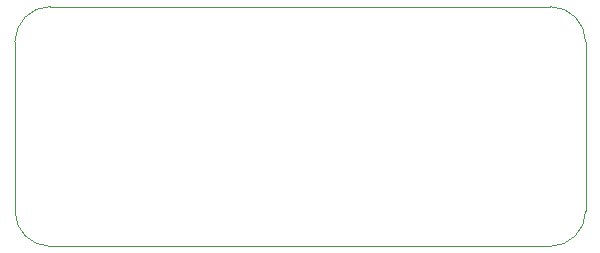
<source format=gm1>
%TF.GenerationSoftware,KiCad,Pcbnew,7.0.10*%
%TF.CreationDate,2024-01-31T15:50:28+08:00*%
%TF.ProjectId,UINIO-MCU-STM32L051K8U6,55494e49-4f2d-44d4-9355-2d53544d3332,Version 3.3.1*%
%TF.SameCoordinates,PX7aae400PY5939cc0*%
%TF.FileFunction,Profile,NP*%
%FSLAX46Y46*%
G04 Gerber Fmt 4.6, Leading zero omitted, Abs format (unit mm)*
G04 Created by KiCad (PCBNEW 7.0.10) date 2024-01-31 15:50:28*
%MOMM*%
%LPD*%
G01*
G04 APERTURE LIST*
%TA.AperFunction,Profile*%
%ADD10C,0.100000*%
%TD*%
G04 APERTURE END LIST*
D10*
X-3025000Y-17302500D02*
G75*
G03*
X-25000Y-20302500I3000000J0D01*
G01*
X45295000Y-2997500D02*
X45295000Y-17302500D01*
X-25000Y2500D02*
G75*
G03*
X-3025000Y-2997500I0J-3000000D01*
G01*
X42295000Y-20302500D02*
G75*
G03*
X45295000Y-17302500I0J3000000D01*
G01*
X-25000Y2500D02*
X42295000Y2500D01*
X42295000Y-20302500D02*
X-25000Y-20302500D01*
X-3025000Y-17302500D02*
X-3025000Y-2997500D01*
X45295000Y-2997500D02*
G75*
G03*
X42295000Y2500I-3000000J0D01*
G01*
M02*

</source>
